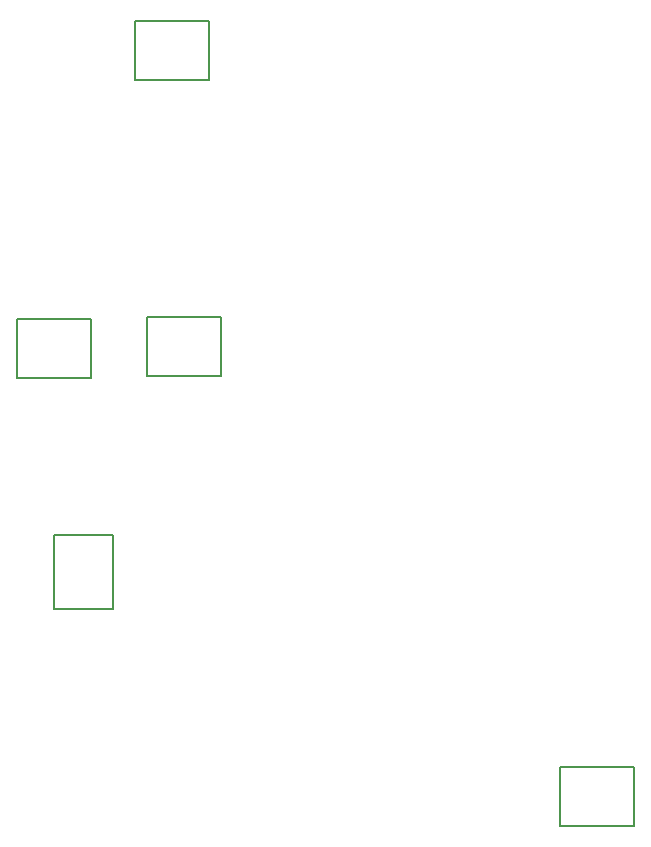
<source format=gbr>
G04*
G04 #@! TF.GenerationSoftware,Altium Limited,Altium Designer,23.9.2 (47)*
G04*
G04 Layer_Color=32768*
%FSLAX44Y44*%
%MOMM*%
G71*
G04*
G04 #@! TF.SameCoordinates,DC7A7723-1311-43B5-9009-1713E082842B*
G04*
G04*
G04 #@! TF.FilePolarity,Positive*
G04*
G01*
G75*
%ADD11C,0.2000*%
D11*
X110000Y248500D02*
Y311500D01*
Y248500D02*
X160000D01*
Y311500D01*
X110000D02*
X160000D01*
X178500Y746000D02*
X241500D01*
X178500Y696000D02*
Y746000D01*
Y696000D02*
X241500D01*
Y746000D01*
X188500Y496000D02*
X251500D01*
X188500Y446000D02*
Y496000D01*
Y446000D02*
X251500D01*
Y496000D01*
X78500Y444000D02*
X141500D01*
Y494000D01*
X78500D02*
X141500D01*
X78500Y444000D02*
Y494000D01*
X538500Y65000D02*
Y115000D01*
X601500D01*
Y65000D02*
Y115000D01*
X538500Y65000D02*
X601500D01*
M02*

</source>
